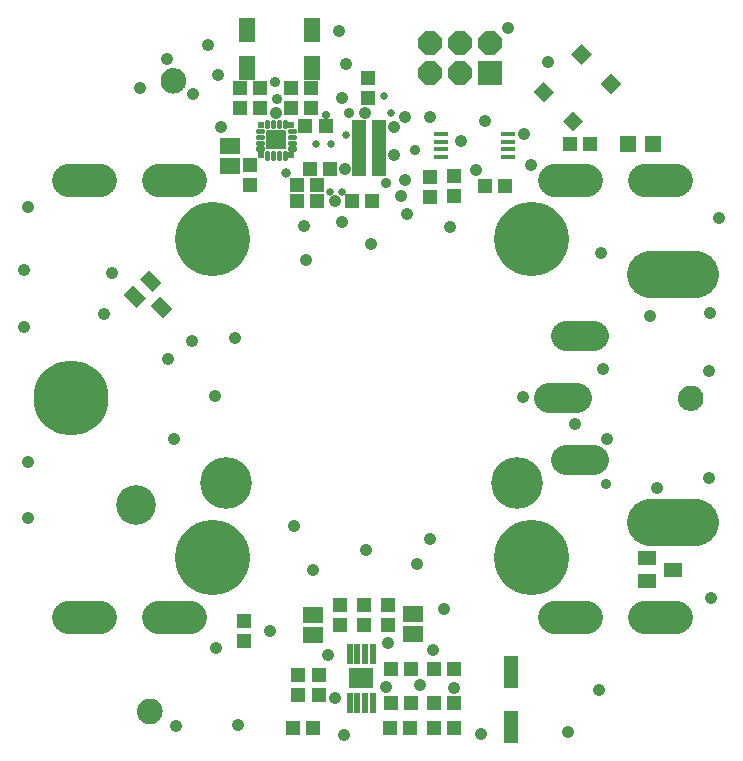
<source format=gts>
G75*
%MOIN*%
%OFA0B0*%
%FSLAX24Y24*%
%IPPOS*%
%LPD*%
%AMOC8*
5,1,8,0,0,1.08239X$1,22.5*
%
%ADD10C,0.1320*%
%ADD11C,0.0162*%
%ADD12R,0.0194X0.0194*%
%ADD13C,0.0050*%
%ADD14R,0.0493X0.0454*%
%ADD15R,0.0454X0.0493*%
%ADD16C,0.2501*%
%ADD17C,0.1005*%
%ADD18C,0.1562*%
%ADD19R,0.0454X0.0158*%
%ADD20R,0.0800X0.0800*%
%ADD21OC8,0.0800*%
%ADD22R,0.0651X0.0572*%
%ADD23R,0.0454X0.0611*%
%ADD24C,0.1110*%
%ADD25R,0.0493X0.0493*%
%ADD26R,0.0454X0.1084*%
%ADD27R,0.0572X0.0808*%
%ADD28R,0.0611X0.0454*%
%ADD29C,0.2476*%
%ADD30C,0.1721*%
%ADD31C,0.1720*%
%ADD32R,0.0217X0.0690*%
%ADD33R,0.0804X0.0678*%
%ADD34R,0.0532X0.0532*%
%ADD35C,0.0414*%
%ADD36C,0.0260*%
%ADD37C,0.0317*%
%ADD38C,0.0357*%
%ADD39C,0.0278*%
D10*
X006056Y010386D03*
D11*
X010441Y021957D02*
X010449Y021957D01*
X010441Y021957D02*
X010441Y022095D01*
X010449Y022095D01*
X010449Y021957D01*
X010638Y021957D02*
X010646Y021957D01*
X010638Y021957D02*
X010638Y022095D01*
X010646Y022095D01*
X010646Y021957D01*
X010835Y021957D02*
X010843Y021957D01*
X010835Y021957D02*
X010835Y022095D01*
X010843Y022095D01*
X010843Y021957D01*
X011032Y021957D02*
X011040Y021957D01*
X011032Y021957D02*
X011032Y022095D01*
X011040Y022095D01*
X011040Y021957D01*
X011197Y022252D02*
X011197Y022260D01*
X011335Y022260D01*
X011335Y022252D01*
X011197Y022252D01*
X011197Y022449D02*
X011197Y022457D01*
X011335Y022457D01*
X011335Y022449D01*
X011197Y022449D01*
X011197Y022646D02*
X011197Y022654D01*
X011335Y022654D01*
X011335Y022646D01*
X011197Y022646D01*
X011197Y022843D02*
X011197Y022851D01*
X011335Y022851D01*
X011335Y022843D01*
X011197Y022843D01*
X011040Y023146D02*
X011032Y023146D01*
X011040Y023146D02*
X011040Y023008D01*
X011032Y023008D01*
X011032Y023146D01*
X010843Y023146D02*
X010835Y023146D01*
X010843Y023146D02*
X010843Y023008D01*
X010835Y023008D01*
X010835Y023146D01*
X010646Y023146D02*
X010638Y023146D01*
X010646Y023146D02*
X010646Y023008D01*
X010638Y023008D01*
X010638Y023146D01*
X010449Y023146D02*
X010441Y023146D01*
X010449Y023146D02*
X010449Y023008D01*
X010441Y023008D01*
X010441Y023146D01*
X010284Y022851D02*
X010284Y022843D01*
X010146Y022843D01*
X010146Y022851D01*
X010284Y022851D01*
X010284Y022654D02*
X010284Y022646D01*
X010146Y022646D01*
X010146Y022654D01*
X010284Y022654D01*
X010284Y022457D02*
X010284Y022449D01*
X010146Y022449D01*
X010146Y022457D01*
X010284Y022457D01*
X010284Y022260D02*
X010284Y022252D01*
X010146Y022252D01*
X010146Y022260D01*
X010284Y022260D01*
D12*
X010243Y022050D03*
X011239Y022054D03*
X011239Y023050D03*
X010243Y023050D03*
D13*
X006187Y003300D02*
X006226Y003243D01*
X006275Y003195D01*
X006331Y003156D01*
X006393Y003126D01*
X006460Y003109D01*
X006528Y003103D01*
X006596Y003109D01*
X006663Y003126D01*
X006725Y003156D01*
X006781Y003195D01*
X006830Y003243D01*
X006869Y003300D01*
X006898Y003362D01*
X006916Y003428D01*
X006922Y003496D01*
X006916Y003565D01*
X006898Y003631D01*
X006869Y003693D01*
X006830Y003750D01*
X006781Y003798D01*
X006725Y003837D01*
X006663Y003866D01*
X006596Y003884D01*
X006528Y003890D01*
X006460Y003884D01*
X006393Y003866D01*
X006331Y003837D01*
X006275Y003798D01*
X006226Y003750D01*
X006187Y003693D01*
X006158Y003631D01*
X006140Y003565D01*
X006134Y003496D01*
X006140Y003428D01*
X006158Y003362D01*
X006187Y003300D01*
X006186Y003303D02*
X006870Y003303D01*
X006893Y003351D02*
X006163Y003351D01*
X006148Y003400D02*
X006908Y003400D01*
X006917Y003448D02*
X006138Y003448D01*
X006134Y003497D02*
X006922Y003497D01*
X006917Y003545D02*
X006139Y003545D01*
X006148Y003594D02*
X006908Y003594D01*
X006893Y003642D02*
X006163Y003642D01*
X006186Y003691D02*
X006870Y003691D01*
X006837Y003739D02*
X006219Y003739D01*
X006264Y003788D02*
X006792Y003788D01*
X006727Y003836D02*
X006329Y003836D01*
X006464Y003885D02*
X006592Y003885D01*
X006837Y003254D02*
X006219Y003254D01*
X006264Y003206D02*
X006792Y003206D01*
X006727Y003157D02*
X006329Y003157D01*
X006462Y003109D02*
X006594Y003109D01*
X024218Y013733D02*
X024258Y013676D01*
X024306Y013628D01*
X024363Y013589D01*
X024425Y013560D01*
X024491Y013542D01*
X024559Y013536D01*
X024628Y013542D01*
X024694Y013560D01*
X024756Y013589D01*
X024813Y013628D01*
X024861Y013676D01*
X024900Y013733D01*
X024929Y013795D01*
X024947Y013861D01*
X024953Y013930D01*
X024947Y013998D01*
X024929Y014064D01*
X024900Y014126D01*
X024861Y014183D01*
X024813Y014231D01*
X024756Y014270D01*
X024694Y014299D01*
X024628Y014317D01*
X024559Y014323D01*
X024491Y014317D01*
X024425Y014299D01*
X024363Y014270D01*
X024306Y014231D01*
X024258Y014183D01*
X024218Y014126D01*
X024189Y014064D01*
X024172Y013998D01*
X024166Y013930D01*
X024172Y013861D01*
X024189Y013795D01*
X024218Y013733D01*
X024220Y013730D02*
X024899Y013730D01*
X024922Y013779D02*
X024197Y013779D01*
X024181Y013827D02*
X024938Y013827D01*
X024948Y013876D02*
X024170Y013876D01*
X024166Y013924D02*
X024953Y013924D01*
X024949Y013973D02*
X024170Y013973D01*
X024178Y014021D02*
X024941Y014021D01*
X024927Y014070D02*
X024192Y014070D01*
X024215Y014118D02*
X024904Y014118D01*
X024872Y014167D02*
X024247Y014167D01*
X024290Y014215D02*
X024829Y014215D01*
X024766Y014264D02*
X024353Y014264D01*
X024472Y014312D02*
X024647Y014312D01*
X024865Y013682D02*
X024254Y013682D01*
X024301Y013633D02*
X024818Y013633D01*
X024748Y013585D02*
X024371Y013585D01*
X024557Y013536D02*
X024562Y013536D01*
X011028Y022264D02*
X010453Y022264D01*
X010453Y022839D01*
X011028Y022839D01*
X011028Y022264D01*
X011028Y022266D02*
X010453Y022266D01*
X010453Y022315D02*
X011028Y022315D01*
X011028Y022363D02*
X010453Y022363D01*
X010453Y022412D02*
X011028Y022412D01*
X011028Y022460D02*
X010453Y022460D01*
X010453Y022509D02*
X011028Y022509D01*
X011028Y022557D02*
X010453Y022557D01*
X010453Y022606D02*
X011028Y022606D01*
X011028Y022654D02*
X010453Y022654D01*
X010453Y022703D02*
X011028Y022703D01*
X011028Y022751D02*
X010453Y022751D01*
X010453Y022800D02*
X011028Y022800D01*
X007670Y024352D02*
X006961Y024352D01*
X006974Y024323D02*
X007014Y024267D01*
X007062Y024218D01*
X007119Y024179D01*
X007181Y024150D01*
X007247Y024132D01*
X007315Y024126D01*
X007384Y024132D01*
X007450Y024150D01*
X007512Y024179D01*
X007568Y024218D01*
X007617Y024267D01*
X007656Y024323D01*
X007685Y024385D01*
X007703Y024452D01*
X007709Y024520D01*
X007703Y024588D01*
X007685Y024655D01*
X007656Y024717D01*
X007617Y024773D01*
X007568Y024822D01*
X007512Y024861D01*
X007450Y024890D01*
X007384Y024908D01*
X007315Y024914D01*
X007247Y024908D01*
X007181Y024890D01*
X007119Y024861D01*
X007062Y024822D01*
X007014Y024773D01*
X006974Y024717D01*
X006945Y024655D01*
X006928Y024588D01*
X006922Y024520D01*
X006928Y024452D01*
X006945Y024385D01*
X006974Y024323D01*
X006988Y024303D02*
X007642Y024303D01*
X007605Y024255D02*
X007026Y024255D01*
X007080Y024206D02*
X007551Y024206D01*
X007466Y024158D02*
X007165Y024158D01*
X006941Y024400D02*
X007689Y024400D01*
X007702Y024449D02*
X006928Y024449D01*
X006924Y024497D02*
X007707Y024497D01*
X007707Y024546D02*
X006924Y024546D01*
X006929Y024594D02*
X007702Y024594D01*
X007689Y024643D02*
X006942Y024643D01*
X006962Y024691D02*
X007668Y024691D01*
X007640Y024740D02*
X006990Y024740D01*
X007029Y024788D02*
X007602Y024788D01*
X007547Y024837D02*
X007084Y024837D01*
X007170Y024885D02*
X007461Y024885D01*
D14*
X009540Y024284D03*
X010209Y024284D03*
X010209Y023615D03*
X009540Y023615D03*
X011237Y023615D03*
X011721Y022996D03*
X011906Y023615D03*
X012390Y022996D03*
X013516Y022985D03*
X013516Y022512D03*
X013516Y022040D03*
X013516Y021567D03*
X014185Y021567D03*
X014185Y022040D03*
X014185Y022512D03*
X014185Y022985D03*
X012532Y021567D03*
X011863Y021567D03*
X012099Y021056D03*
X012099Y020504D03*
X011430Y020504D03*
X011430Y021056D03*
X013280Y020504D03*
X013949Y020504D03*
X017689Y021016D03*
X018359Y021016D03*
X020524Y022414D03*
X021193Y022414D03*
X011902Y024284D03*
X011233Y024284D03*
X014556Y004917D03*
X015226Y004917D03*
X015992Y004926D03*
X016661Y004926D03*
X016661Y003784D03*
X015992Y003784D03*
X015224Y003769D03*
X014555Y003769D03*
X014536Y002952D03*
X015205Y002952D03*
X016001Y002952D03*
X016670Y002952D03*
X011971Y002931D03*
X011302Y002931D03*
D15*
X011479Y004044D03*
X011479Y004713D03*
X012180Y004713D03*
X012180Y004044D03*
X012883Y006375D03*
X012883Y007045D03*
X013670Y007045D03*
X013670Y006375D03*
X014458Y006375D03*
X014458Y007045D03*
X009678Y006508D03*
X009678Y005839D03*
X015859Y020642D03*
X015859Y021311D03*
X016685Y021331D03*
X016685Y020662D03*
X013811Y023949D03*
X013811Y024619D03*
X009874Y021705D03*
X009874Y021036D03*
D16*
X003890Y013930D03*
D17*
X019835Y013930D02*
X020780Y013930D01*
X020390Y015996D02*
X021335Y015996D01*
X021335Y011863D02*
X020390Y011863D01*
D18*
X023218Y009796D02*
X024720Y009796D01*
X024720Y018063D02*
X023218Y018063D01*
D19*
X018462Y021971D03*
X018462Y022227D03*
X018462Y022483D03*
X018462Y022739D03*
X016247Y022739D03*
X016247Y022483D03*
X016247Y022227D03*
X016247Y021971D03*
D20*
X017863Y024768D03*
D21*
X017863Y025768D03*
X016863Y025768D03*
X015863Y025768D03*
X015863Y024768D03*
X016863Y024768D03*
D22*
X009205Y022335D03*
X009205Y021666D03*
X011981Y006697D03*
X011981Y006028D03*
X015319Y006083D03*
X015319Y006752D03*
D23*
G36*
X006537Y017025D02*
X006858Y017346D01*
X007289Y016915D01*
X006968Y016594D01*
X006537Y017025D01*
G37*
G36*
X005660Y017373D02*
X005981Y017694D01*
X006412Y017263D01*
X006091Y016942D01*
X005660Y017373D01*
G37*
G36*
X006189Y017902D02*
X006510Y018223D01*
X006941Y017792D01*
X006620Y017471D01*
X006189Y017902D01*
G37*
D24*
X006805Y021213D02*
X007855Y021213D01*
X004855Y021213D02*
X003805Y021213D01*
X003805Y006646D02*
X004855Y006646D01*
X006805Y006646D02*
X007855Y006646D01*
X020005Y006646D02*
X021055Y006646D01*
X023005Y006646D02*
X024055Y006646D01*
X024055Y021213D02*
X023005Y021213D01*
X021055Y021213D02*
X020005Y021213D01*
D25*
G36*
X020294Y023170D02*
X020641Y023517D01*
X020988Y023170D01*
X020641Y022823D01*
X020294Y023170D01*
G37*
G36*
X019319Y024145D02*
X019666Y024492D01*
X020013Y024145D01*
X019666Y023798D01*
X019319Y024145D01*
G37*
G36*
X020572Y025397D02*
X020919Y025744D01*
X021266Y025397D01*
X020919Y025050D01*
X020572Y025397D01*
G37*
G36*
X021546Y024423D02*
X021893Y024770D01*
X022240Y024423D01*
X021893Y024076D01*
X021546Y024423D01*
G37*
D26*
X018556Y004800D03*
X018556Y002989D03*
D27*
X011941Y024945D03*
X011941Y026205D03*
X009776Y026205D03*
X009776Y024945D03*
D28*
X023103Y008595D03*
X023103Y007847D03*
X023969Y008221D03*
D29*
X019256Y008603D02*
X019232Y008603D01*
X019232Y008627D01*
X019256Y008627D01*
X019256Y008603D01*
X008627Y008603D02*
X008603Y008603D01*
X008603Y008627D01*
X008627Y008627D01*
X008627Y008603D01*
X008627Y019232D02*
X008603Y019232D01*
X008603Y019256D01*
X008627Y019256D01*
X008627Y019232D01*
X019232Y019232D02*
X019256Y019232D01*
X019232Y019232D02*
X019232Y019256D01*
X019256Y019256D01*
X019256Y019232D01*
D30*
X019244Y019244D03*
X008615Y019244D03*
X008615Y008615D03*
X019244Y008615D03*
D31*
X018788Y011124D03*
X009071Y011124D03*
D32*
X013191Y005420D03*
X013447Y005420D03*
X013703Y005420D03*
X013959Y005420D03*
X013959Y003767D03*
X013703Y003767D03*
X013447Y003767D03*
X013191Y003767D03*
D33*
X013575Y004593D03*
D34*
X022473Y022414D03*
X023300Y022414D03*
D35*
X025504Y019953D03*
X025219Y016786D03*
X025156Y014848D03*
X023201Y016685D03*
X021626Y014914D03*
X020721Y013063D03*
X021784Y012591D03*
X023430Y010945D03*
X025156Y011286D03*
X025248Y007276D03*
X021508Y004205D03*
X020462Y002814D03*
X017558Y002752D03*
X016685Y004284D03*
X015544Y004367D03*
X014401Y004295D03*
X014456Y005776D03*
X015969Y005552D03*
X016331Y006926D03*
X015426Y008418D03*
X015878Y009244D03*
X013752Y008890D03*
X011981Y008215D03*
X011351Y009678D03*
X010524Y006178D03*
X008733Y005622D03*
X009486Y003034D03*
X007414Y002999D03*
X012473Y005390D03*
X012717Y003953D03*
X012993Y002713D03*
X007335Y012571D03*
X008713Y014008D03*
X007138Y015229D03*
X007926Y015859D03*
X009363Y015957D03*
X011725Y018556D03*
X011666Y019678D03*
X012926Y019796D03*
X012709Y020504D03*
X013024Y021587D03*
X014678Y022040D03*
X015034Y021211D03*
X014914Y020662D03*
X015111Y020091D03*
X013890Y019067D03*
X016528Y019638D03*
X017394Y021528D03*
X016902Y022493D03*
X017689Y023181D03*
X019008Y022729D03*
X019225Y021725D03*
X021587Y018772D03*
X018969Y013977D03*
X014678Y022985D03*
X015032Y023300D03*
X015863Y023304D03*
X013701Y023457D03*
X012945Y023930D03*
X013063Y025091D03*
X012836Y026189D03*
X010741Y023457D03*
X008894Y022985D03*
X007959Y024081D03*
X008804Y024717D03*
X008478Y025722D03*
X007100Y025246D03*
X006201Y024287D03*
X002460Y020321D03*
X002335Y018196D03*
X002335Y016321D03*
X005012Y016744D03*
X005265Y018101D03*
X002460Y011821D03*
X002460Y009946D03*
X018469Y026286D03*
X019796Y025130D03*
D36*
X014579Y023457D03*
X014343Y024008D03*
X013083Y022709D03*
X012571Y022394D03*
X012059Y022394D03*
X010883Y022414D03*
X010878Y022689D03*
X010603Y022689D03*
X010603Y022414D03*
X012532Y020819D03*
X012926Y020819D03*
D37*
X011075Y021449D03*
D38*
X013185Y023433D03*
X010772Y023926D03*
X010701Y024485D03*
X014402Y021095D03*
X015386Y022197D03*
X021729Y011079D03*
D39*
X012394Y023378D03*
M02*

</source>
